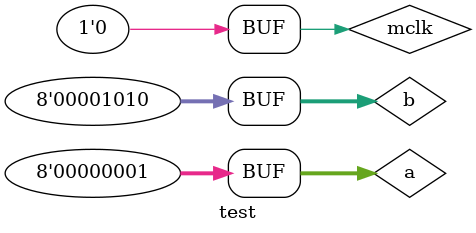
<source format=v>
`timescale 1ns / 1ps


module test;

	// Inputs
	reg mclk;
	reg [7:0] a;
	reg [7:0] b;

	// Outputs
	wire [15:0] res;

	// Instantiate the Unit Under Test (UUT)
	Multi uut (
		.mclk(mclk), 
		.a(a), 
		.b(b), 
		.res(res)
	);

	initial begin
		// Initialize Inputs
		mclk = 0;
		a = 1;
		b = 10;

		// Wait 100 ns for global reset to finish
		#100;
       a=1;
		 b=10;
		 mclk=1;
		 
		#100;
       a=1;
		 b=10;
		 mclk=0;
		 
		#100;
       a=1;
		 b=10;
		 mclk=1;
		#100;
       a=1;
		 b=10;
		 mclk=0;
		 
		 #100;
       a=1;
		 b=10;
		 mclk=1;
		 
		#100;
       a=1;
		 b=10;
		 mclk=0;
		 
		#100;
       a=1;
		 b=10;
		 mclk=1;
		#100;
       a=1;
		 b=10;
		 mclk=0;
		 
		 #100;
       a=1;
		 b=10;
		 mclk=1;
		 
		#100;
       a=1;
		 b=10;
		 mclk=0;
		 
		#100;
       a=1;
		 b=10;
		 mclk=1;
		#100;
       a=1;
		 b=10;
		 mclk=0;
		 
		 #100;
       a=1;
		 b=10;
		 mclk=1;
		 
		#100;
       a=1;
		 b=10;
		 mclk=0;
		 
		#100;
       a=1;
		 b=10;
		 mclk=1;
		#100;
       a=1;
		 b=10;
		 mclk=0;
		 
		 #100;
       a=1;
		 b=10;
		 mclk=1;
		 
		#100;
       a=1;
		 b=10;
		 mclk=0;
		 
		#100;
       a=1;
		 b=10;
		 mclk=1;
		#100;
       a=1;
		 b=10;
		 mclk=0;
		 
		 #100;
       a=1;
		 b=10;
		 mclk=1;
		 
		#100;
       a=1;
		 b=10;
		 mclk=0;
		 
		#100;
       a=1;
		 b=10;
		 mclk=1;
		#100;
       a=1;
		 b=10;
		 mclk=0;
		 
		 #100;
       a=1;
		 b=10;
		 mclk=1;
		 
		#100;
       a=1;
		 b=10;
		 mclk=0;
		 
		#100;
       a=1;
		 b=10;
		 mclk=1;
		#100;
       a=1;
		 b=10;
		 mclk=0;
		 
		 #100;
       a=1;
		 b=10;
		 mclk=1;
		 
		#100;
       a=1;
		 b=10;
		 mclk=0;
		 
		#100;
       a=1;
		 b=10;
		 mclk=1;
		#100;
       a=1;
		 b=10;
		 mclk=0;
		 
		// Add stimulus here

	end
      
endmodule


</source>
